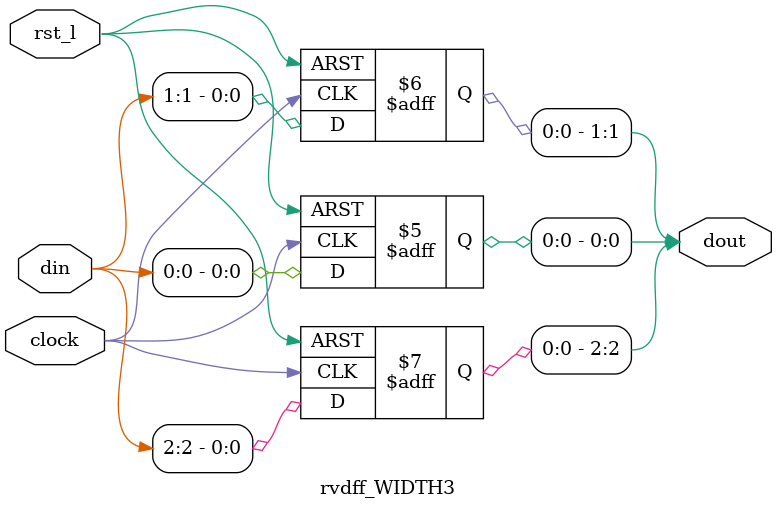
<source format=v>
module rvdff_WIDTH3
(
  din,
  clock,
  rst_l,
  dout
);
  input [2:0] din;
  output [2:0] dout;
  input clock;
  input rst_l;
  wire N0;
  reg [2:0] dout;
  always @(posedge clock or posedge N0) begin
    if(N0) begin
      dout[2] <= 1'b0;
    end else if(1'b1) begin
      dout[2] <= din[2];
    end
  end
  always @(posedge clock or posedge N0) begin
    if(N0) begin
      dout[1] <= 1'b0;
    end else if(1'b1) begin
      dout[1] <= din[1];
    end
  end
  always @(posedge clock or posedge N0) begin
    if(N0) begin
      dout[0] <= 1'b0;
    end else if(1'b1) begin
      dout[0] <= din[0];
    end
  end
  assign N0 = ~rst_l;
endmodule
</source>
